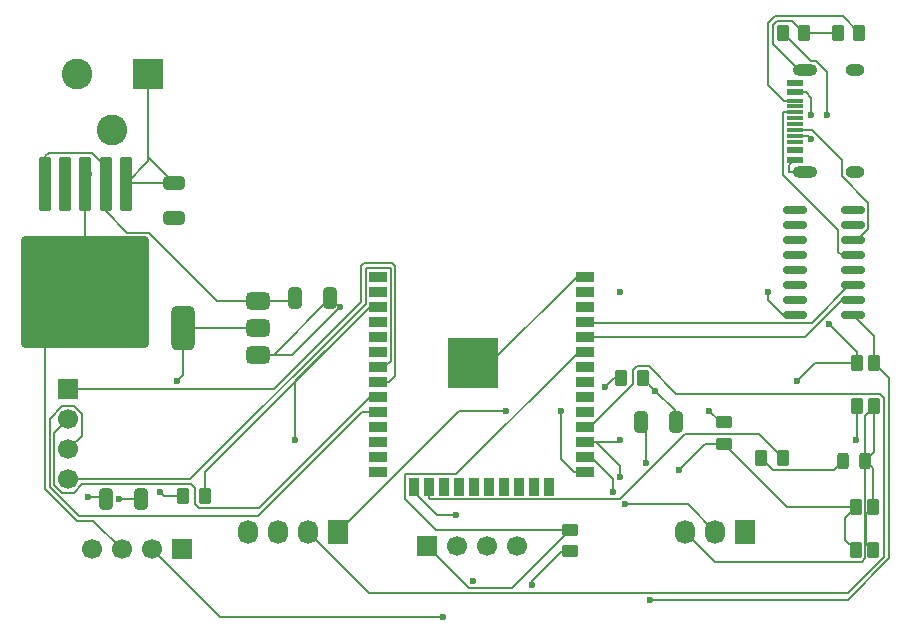
<source format=gbr>
%TF.GenerationSoftware,KiCad,Pcbnew,9.0.2*%
%TF.CreationDate,2025-07-02T17:03:21+05:30*%
%TF.ProjectId,ESP32-RoboCore V1,45535033-322d-4526-9f62-6f436f726520,rev?*%
%TF.SameCoordinates,Original*%
%TF.FileFunction,Copper,L1,Top*%
%TF.FilePolarity,Positive*%
%FSLAX46Y46*%
G04 Gerber Fmt 4.6, Leading zero omitted, Abs format (unit mm)*
G04 Created by KiCad (PCBNEW 9.0.2) date 2025-07-02 17:03:21*
%MOMM*%
%LPD*%
G01*
G04 APERTURE LIST*
G04 Aperture macros list*
%AMRoundRect*
0 Rectangle with rounded corners*
0 $1 Rounding radius*
0 $2 $3 $4 $5 $6 $7 $8 $9 X,Y pos of 4 corners*
0 Add a 4 corners polygon primitive as box body*
4,1,4,$2,$3,$4,$5,$6,$7,$8,$9,$2,$3,0*
0 Add four circle primitives for the rounded corners*
1,1,$1+$1,$2,$3*
1,1,$1+$1,$4,$5*
1,1,$1+$1,$6,$7*
1,1,$1+$1,$8,$9*
0 Add four rect primitives between the rounded corners*
20,1,$1+$1,$2,$3,$4,$5,0*
20,1,$1+$1,$4,$5,$6,$7,0*
20,1,$1+$1,$6,$7,$8,$9,0*
20,1,$1+$1,$8,$9,$2,$3,0*%
G04 Aperture macros list end*
%TA.AperFunction,SMDPad,CuDef*%
%ADD10R,1.050000X1.050000*%
%TD*%
%TA.AperFunction,HeatsinkPad*%
%ADD11C,0.600000*%
%TD*%
%TA.AperFunction,HeatsinkPad*%
%ADD12R,4.200000X4.200000*%
%TD*%
%TA.AperFunction,SMDPad,CuDef*%
%ADD13R,1.500000X0.900000*%
%TD*%
%TA.AperFunction,SMDPad,CuDef*%
%ADD14R,0.900000X1.500000*%
%TD*%
%TA.AperFunction,SMDPad,CuDef*%
%ADD15RoundRect,0.250000X-0.325000X-0.650000X0.325000X-0.650000X0.325000X0.650000X-0.325000X0.650000X0*%
%TD*%
%TA.AperFunction,ComponentPad*%
%ADD16R,1.730000X2.030000*%
%TD*%
%TA.AperFunction,ComponentPad*%
%ADD17O,1.730000X2.030000*%
%TD*%
%TA.AperFunction,SMDPad,CuDef*%
%ADD18RoundRect,0.250000X0.262500X0.450000X-0.262500X0.450000X-0.262500X-0.450000X0.262500X-0.450000X0*%
%TD*%
%TA.AperFunction,SMDPad,CuDef*%
%ADD19RoundRect,0.250000X-0.300000X2.050000X-0.300000X-2.050000X0.300000X-2.050000X0.300000X2.050000X0*%
%TD*%
%TA.AperFunction,SMDPad,CuDef*%
%ADD20RoundRect,0.250002X-5.149998X4.449998X-5.149998X-4.449998X5.149998X-4.449998X5.149998X4.449998X0*%
%TD*%
%TA.AperFunction,ComponentPad*%
%ADD21R,1.700000X1.700000*%
%TD*%
%TA.AperFunction,ComponentPad*%
%ADD22C,1.700000*%
%TD*%
%TA.AperFunction,SMDPad,CuDef*%
%ADD23RoundRect,0.250000X-0.262500X-0.450000X0.262500X-0.450000X0.262500X0.450000X-0.262500X0.450000X0*%
%TD*%
%TA.AperFunction,SMDPad,CuDef*%
%ADD24RoundRect,0.250000X-0.275000X0.450000X-0.275000X-0.450000X0.275000X-0.450000X0.275000X0.450000X0*%
%TD*%
%TA.AperFunction,SMDPad,CuDef*%
%ADD25RoundRect,0.150000X0.825000X0.150000X-0.825000X0.150000X-0.825000X-0.150000X0.825000X-0.150000X0*%
%TD*%
%TA.AperFunction,SMDPad,CuDef*%
%ADD26RoundRect,0.243750X0.243750X0.456250X-0.243750X0.456250X-0.243750X-0.456250X0.243750X-0.456250X0*%
%TD*%
%TA.AperFunction,SMDPad,CuDef*%
%ADD27RoundRect,0.250000X-0.450000X0.262500X-0.450000X-0.262500X0.450000X-0.262500X0.450000X0.262500X0*%
%TD*%
%TA.AperFunction,SMDPad,CuDef*%
%ADD28R,1.450000X0.600000*%
%TD*%
%TA.AperFunction,SMDPad,CuDef*%
%ADD29R,1.450000X0.300000*%
%TD*%
%TA.AperFunction,HeatsinkPad*%
%ADD30O,2.100000X1.000000*%
%TD*%
%TA.AperFunction,HeatsinkPad*%
%ADD31O,1.600000X1.000000*%
%TD*%
%TA.AperFunction,ComponentPad*%
%ADD32R,2.600000X2.600000*%
%TD*%
%TA.AperFunction,ComponentPad*%
%ADD33C,2.600000*%
%TD*%
%TA.AperFunction,SMDPad,CuDef*%
%ADD34RoundRect,0.250000X-0.650000X0.325000X-0.650000X-0.325000X0.650000X-0.325000X0.650000X0.325000X0*%
%TD*%
%TA.AperFunction,SMDPad,CuDef*%
%ADD35RoundRect,0.250000X0.450000X-0.262500X0.450000X0.262500X-0.450000X0.262500X-0.450000X-0.262500X0*%
%TD*%
%TA.AperFunction,SMDPad,CuDef*%
%ADD36RoundRect,0.375000X0.625000X0.375000X-0.625000X0.375000X-0.625000X-0.375000X0.625000X-0.375000X0*%
%TD*%
%TA.AperFunction,SMDPad,CuDef*%
%ADD37RoundRect,0.500000X0.500000X1.400000X-0.500000X1.400000X-0.500000X-1.400000X0.500000X-1.400000X0*%
%TD*%
%TA.AperFunction,ViaPad*%
%ADD38C,0.600000*%
%TD*%
%TA.AperFunction,Conductor*%
%ADD39C,0.200000*%
%TD*%
G04 APERTURE END LIST*
D10*
%TO.P,U1,39,GND*%
%TO.N,GND*%
X86595000Y-52535000D03*
D11*
X86595000Y-51772500D03*
D10*
X86595000Y-51010000D03*
D11*
X86595000Y-50247500D03*
D10*
X86595000Y-49485000D03*
D11*
X85832500Y-52535000D03*
X85832500Y-51010000D03*
X85832500Y-49485000D03*
D10*
X85070000Y-52535000D03*
D11*
X85070000Y-51772500D03*
D12*
X85070000Y-51010000D03*
D10*
X85070000Y-51010000D03*
D11*
X85070000Y-50247500D03*
D10*
X85070000Y-49485000D03*
D11*
X84307500Y-52535000D03*
X84307500Y-51010000D03*
X84307500Y-49485000D03*
D10*
X83545000Y-52535000D03*
D11*
X83545000Y-51772500D03*
D10*
X83545000Y-51010000D03*
D11*
X83545000Y-50247500D03*
D10*
X83545000Y-49485000D03*
D13*
%TO.P,U1,38,GND*%
X94500000Y-43670000D03*
%TO.P,U1,37,IO23*%
%TO.N,unconnected-(U1-IO23-Pad37)*%
X94500000Y-44940000D03*
%TO.P,U1,36,IO22*%
%TO.N,/IO22*%
X94500000Y-46210000D03*
%TO.P,U1,35,TXD0/IO1*%
%TO.N,/IO1*%
X94500000Y-47480000D03*
%TO.P,U1,34,RXD0/IO3*%
%TO.N,/IO3*%
X94500000Y-48750000D03*
%TO.P,U1,33,IO21*%
%TO.N,/IO21*%
X94500000Y-50020000D03*
%TO.P,U1,32,NC*%
%TO.N,unconnected-(U1-NC-Pad32)*%
X94500000Y-51290000D03*
%TO.P,U1,31,IO19*%
%TO.N,unconnected-(U1-IO19-Pad31)*%
X94500000Y-52560000D03*
%TO.P,U1,30,IO18*%
%TO.N,unconnected-(U1-IO18-Pad30)*%
X94500000Y-53830000D03*
%TO.P,U1,29,IO5*%
%TO.N,unconnected-(U1-IO5-Pad29)*%
X94500000Y-55100000D03*
%TO.P,U1,28,IO17*%
%TO.N,Net-(J4-Pin_2)*%
X94500000Y-56370000D03*
%TO.P,U1,27,IO16*%
%TO.N,Net-(J3-Pin_2)*%
X94500000Y-57640000D03*
%TO.P,U1,26,IO4*%
%TO.N,Net-(J3-Pin_1)*%
X94500000Y-58910000D03*
%TO.P,U1,25,IO0*%
%TO.N,Net-(J4-Pin_1)*%
X94500000Y-60180000D03*
D14*
%TO.P,U1,24,IO2*%
%TO.N,unconnected-(U1-IO2-Pad24)*%
X91470000Y-61430000D03*
%TO.P,U1,23,IO15*%
%TO.N,unconnected-(U1-IO15-Pad23)*%
X90200000Y-61430000D03*
%TO.P,U1,22,SDI/SD1*%
%TO.N,unconnected-(U1-SDI{slash}SD1-Pad22)*%
X88930000Y-61430000D03*
%TO.P,U1,21,SDO/SD0*%
%TO.N,unconnected-(U1-SDO{slash}SD0-Pad21)*%
X87660000Y-61430000D03*
%TO.P,U1,20,SCK/CLK*%
%TO.N,unconnected-(U1-SCK{slash}CLK-Pad20)*%
X86390000Y-61430000D03*
%TO.P,U1,19,SCS/CMD*%
%TO.N,unconnected-(U1-SCS{slash}CMD-Pad19)*%
X85120000Y-61430000D03*
%TO.P,U1,18,SWP/SD3*%
%TO.N,unconnected-(U1-SWP{slash}SD3-Pad18)*%
X83850000Y-61430000D03*
%TO.P,U1,17,SHD/SD2*%
%TO.N,Net-(U1-SHD{slash}SD2)*%
X82580000Y-61430000D03*
%TO.P,U1,16,IO13*%
%TO.N,Net-(U1-IO13)*%
X81310000Y-61430000D03*
%TO.P,U1,15,GND*%
%TO.N,GND*%
X80040000Y-61430000D03*
D13*
%TO.P,U1,14,IO12*%
%TO.N,unconnected-(U1-IO12-Pad14)*%
X77000000Y-60180000D03*
%TO.P,U1,13,IO14*%
%TO.N,unconnected-(U1-IO14-Pad13)*%
X77000000Y-58910000D03*
%TO.P,U1,12,IO27*%
%TO.N,unconnected-(U1-IO27-Pad12)*%
X77000000Y-57640000D03*
%TO.P,U1,11,IO26*%
%TO.N,unconnected-(U1-IO26-Pad11)*%
X77000000Y-56370000D03*
%TO.P,U1,10,IO25*%
%TO.N,Net-(J5-Pin_3)*%
X77000000Y-55100000D03*
%TO.P,U1,9,IO33*%
%TO.N,Net-(J5-Pin_2)*%
X77000000Y-53830000D03*
%TO.P,U1,8,IO32*%
%TO.N,Net-(J5-Pin_1)*%
X77000000Y-52560000D03*
%TO.P,U1,7,IO35*%
%TO.N,Net-(J5-Pin_4)*%
X77000000Y-51290000D03*
%TO.P,U1,6,IO34*%
%TO.N,/IO34*%
X77000000Y-50020000D03*
%TO.P,U1,5,SENSOR_VN*%
%TO.N,unconnected-(U1-SENSOR_VN-Pad5)*%
X77000000Y-48750000D03*
%TO.P,U1,4,SENSOR_VP*%
%TO.N,unconnected-(U1-SENSOR_VP-Pad4)*%
X77000000Y-47480000D03*
%TO.P,U1,3,EN*%
%TO.N,Net-(U1-EN)*%
X77000000Y-46210000D03*
%TO.P,U1,2,VDD*%
%TO.N,unconnected-(U1-VDD-Pad2)*%
X77000000Y-44940000D03*
%TO.P,U1,1,GND*%
%TO.N,GND*%
X77000000Y-43670000D03*
%TD*%
D15*
%TO.P,C4,1*%
%TO.N,GND*%
X99275000Y-56000000D03*
%TO.P,C4,2*%
%TO.N,/+3.3v*%
X102225000Y-56000000D03*
%TD*%
D16*
%TO.P,J3,1,Pin_1*%
%TO.N,Net-(J3-Pin_1)*%
X108080000Y-65250000D03*
D17*
%TO.P,J3,2,Pin_2*%
%TO.N,Net-(J3-Pin_2)*%
X105540000Y-65250000D03*
%TO.P,J3,3,Pin_3*%
%TO.N,GND*%
X103000000Y-65250000D03*
%TD*%
D18*
%TO.P,R6,1*%
%TO.N,GND*%
X113075000Y-23000000D03*
%TO.P,R6,2*%
%TO.N,Net-(J1-CC1)*%
X111250000Y-23000000D03*
%TD*%
D19*
%TO.P,U3,1,VIN*%
%TO.N,Net-(U3-VIN)*%
X55625000Y-35775000D03*
%TO.P,U3,2,OUT*%
%TO.N,/+5v*%
X53925000Y-35775000D03*
%TO.P,U3,3,GND*%
%TO.N,GND*%
X52225000Y-35775000D03*
D20*
X52225000Y-44925000D03*
D19*
%TO.P,U3,4,FB*%
%TO.N,unconnected-(U3-FB-Pad4)*%
X50525000Y-35775000D03*
%TO.P,U3,5,~{ON}/OFF*%
%TO.N,/+5v*%
X48825000Y-35775000D03*
%TD*%
D15*
%TO.P,C3,1*%
%TO.N,/+3.3v*%
X54000000Y-62500000D03*
%TO.P,C3,2*%
%TO.N,GND*%
X56950000Y-62500000D03*
%TD*%
D21*
%TO.P,J6,1,Pin_1*%
%TO.N,/IO21*%
X60370000Y-66750000D03*
D22*
%TO.P,J6,2,Pin_2*%
%TO.N,/IO22*%
X57830000Y-66750000D03*
%TO.P,J6,3,Pin_3*%
%TO.N,GND*%
X55290000Y-66750000D03*
%TO.P,J6,4,Pin_4*%
%TO.N,/+3.3v*%
X52750000Y-66750000D03*
%TD*%
D23*
%TO.P,R2,1*%
%TO.N,Net-(D2-A)*%
X109425000Y-59000000D03*
%TO.P,R2,2*%
%TO.N,Net-(U1-IO13)*%
X111250000Y-59000000D03*
%TD*%
D24*
%TO.P,SW2,1,1*%
%TO.N,GND*%
X118870000Y-63200000D03*
X118870000Y-66800000D03*
%TO.P,SW2,2,2*%
%TO.N,Net-(U1-SHD{slash}SD2)*%
X117430000Y-63200000D03*
X117430000Y-66800000D03*
%TD*%
D25*
%TO.P,U4,1,GND*%
%TO.N,GND*%
X117225000Y-46945000D03*
%TO.P,U4,2,TXD*%
%TO.N,/IO3*%
X117225000Y-45675000D03*
%TO.P,U4,3,RXD*%
%TO.N,/IO1*%
X117225000Y-44405000D03*
%TO.P,U4,4,V3*%
%TO.N,/+3.3v*%
X117225000Y-43135000D03*
%TO.P,U4,5,UD+*%
%TO.N,Net-(U4-UD+)*%
X117225000Y-41865000D03*
%TO.P,U4,6,UD-*%
%TO.N,Net-(U4-UD-)*%
X117225000Y-40595000D03*
%TO.P,U4,7,NC*%
%TO.N,unconnected-(U4-NC-Pad7)*%
X117225000Y-39325000D03*
%TO.P,U4,8,NC*%
%TO.N,unconnected-(U4-NC-Pad8)*%
X117225000Y-38055000D03*
%TO.P,U4,9,~{CTS}*%
%TO.N,unconnected-(U4-~{CTS}-Pad9)*%
X112275000Y-38055000D03*
%TO.P,U4,10,~{DSR}*%
%TO.N,unconnected-(U4-~{DSR}-Pad10)*%
X112275000Y-39325000D03*
%TO.P,U4,11,~{RI}*%
%TO.N,unconnected-(U4-~{RI}-Pad11)*%
X112275000Y-40595000D03*
%TO.P,U4,12,~{DCD}*%
%TO.N,unconnected-(U4-~{DCD}-Pad12)*%
X112275000Y-41865000D03*
%TO.P,U4,13,~{DTR}*%
%TO.N,unconnected-(U4-~{DTR}-Pad13)*%
X112275000Y-43135000D03*
%TO.P,U4,14,~{RTS}*%
%TO.N,unconnected-(U4-~{RTS}-Pad14)*%
X112275000Y-44405000D03*
%TO.P,U4,15,R232*%
%TO.N,unconnected-(U4-R232-Pad15)*%
X112275000Y-45675000D03*
%TO.P,U4,16,VCC*%
%TO.N,Net-(U4-VCC)*%
X112275000Y-46945000D03*
%TD*%
D26*
%TO.P,D2,1,K*%
%TO.N,GND*%
X118250000Y-59250000D03*
%TO.P,D2,2,A*%
%TO.N,Net-(D2-A)*%
X116375000Y-59250000D03*
%TD*%
D27*
%TO.P,R3,1*%
%TO.N,/+3.3v*%
X106250000Y-56000000D03*
%TO.P,R3,2*%
%TO.N,Net-(U1-SHD{slash}SD2)*%
X106250000Y-57825000D03*
%TD*%
D28*
%TO.P,J1,A1,GND*%
%TO.N,GND*%
X112265000Y-33750000D03*
%TO.P,J1,A4,VBUS*%
%TO.N,Net-(U4-VCC)*%
X112265000Y-32950000D03*
D29*
%TO.P,J1,A5,CC1*%
%TO.N,Net-(J1-CC1)*%
X112265000Y-31750000D03*
%TO.P,J1,A6,D+*%
%TO.N,unconnected-(J1-D+-PadA6)*%
X112265000Y-30750000D03*
%TO.P,J1,A7,D-*%
%TO.N,unconnected-(J1-D--PadA7)*%
X112265000Y-30250000D03*
%TO.P,J1,A8*%
%TO.N,N/C*%
X112265000Y-29250000D03*
D28*
%TO.P,J1,A9,VBUS*%
%TO.N,Net-(U4-VCC)*%
X112265000Y-28050000D03*
%TO.P,J1,A12,GND*%
%TO.N,GND*%
X112265000Y-27250000D03*
%TO.P,J1,B1,GND*%
X112265000Y-27250000D03*
%TO.P,J1,B4,VBUS*%
%TO.N,Net-(U4-VCC)*%
X112265000Y-28050000D03*
D29*
%TO.P,J1,B5,CC2*%
%TO.N,Net-(J1-CC2)*%
X112265000Y-28750000D03*
%TO.P,J1,B6,D+*%
%TO.N,Net-(U4-UD+)*%
X112265000Y-29750000D03*
%TO.P,J1,B7,D-*%
%TO.N,Net-(U4-UD-)*%
X112265000Y-31250000D03*
%TO.P,J1,B8*%
%TO.N,N/C*%
X112265000Y-32250000D03*
D28*
%TO.P,J1,B9,VBUS*%
%TO.N,Net-(U4-VCC)*%
X112265000Y-32950000D03*
%TO.P,J1,B12,GND*%
%TO.N,GND*%
X112265000Y-33750000D03*
D30*
%TO.P,J1,S1,SHIELD*%
X113180000Y-34820000D03*
D31*
X117360000Y-34820000D03*
D30*
X113180000Y-26180000D03*
D31*
X117360000Y-26180000D03*
%TD*%
D32*
%TO.P,J2,1*%
%TO.N,Net-(U3-VIN)*%
X57500000Y-26500000D03*
D33*
%TO.P,J2,2*%
%TO.N,GND*%
X51500000Y-26500000D03*
%TO.P,J2,3*%
%TO.N,N/C*%
X54500000Y-31200000D03*
%TD*%
D21*
%TO.P,J5,1,Pin_1*%
%TO.N,Net-(J5-Pin_1)*%
X50750000Y-53210000D03*
D22*
%TO.P,J5,2,Pin_2*%
%TO.N,Net-(J5-Pin_2)*%
X50750000Y-55750000D03*
%TO.P,J5,3,Pin_3*%
%TO.N,Net-(J5-Pin_3)*%
X50750000Y-58290000D03*
%TO.P,J5,4,Pin_4*%
%TO.N,Net-(J5-Pin_4)*%
X50750000Y-60830000D03*
%TD*%
D23*
%TO.P,R7,1*%
%TO.N,GND*%
X115925000Y-23000000D03*
%TO.P,R7,2*%
%TO.N,Net-(J1-CC2)*%
X117750000Y-23000000D03*
%TD*%
D24*
%TO.P,SW1,1,1*%
%TO.N,GND*%
X119000000Y-51000000D03*
X119000000Y-54600000D03*
%TO.P,SW1,2,2*%
%TO.N,Net-(U1-EN)*%
X117560000Y-51000000D03*
X117560000Y-54600000D03*
%TD*%
D34*
%TO.P,C1,1*%
%TO.N,Net-(U3-VIN)*%
X59750000Y-35750000D03*
%TO.P,C1,2*%
%TO.N,GND*%
X59750000Y-38700000D03*
%TD*%
D35*
%TO.P,R4,1*%
%TO.N,/+3.3v*%
X93250000Y-66912500D03*
%TO.P,R4,2*%
%TO.N,/IO21*%
X93250000Y-65087500D03*
%TD*%
D16*
%TO.P,J4,1,Pin_1*%
%TO.N,Net-(J4-Pin_1)*%
X73580000Y-65250000D03*
D17*
%TO.P,J4,2,Pin_2*%
%TO.N,Net-(J4-Pin_2)*%
X71040000Y-65250000D03*
%TO.P,J4,3,Pin_3*%
%TO.N,GND*%
X68500000Y-65250000D03*
%TO.P,J4,4,Pin_4*%
%TO.N,/+3.3v*%
X65960000Y-65250000D03*
%TD*%
D21*
%TO.P,J7,1,Pin_1*%
%TO.N,/IO21*%
X81170000Y-66500000D03*
D22*
%TO.P,J7,2,Pin_2*%
%TO.N,/IO22*%
X83710000Y-66500000D03*
%TO.P,J7,3,Pin_3*%
%TO.N,GND*%
X86250000Y-66500000D03*
%TO.P,J7,4,Pin_4*%
%TO.N,/+3.3v*%
X88790000Y-66500000D03*
%TD*%
D36*
%TO.P,U2,1,GND*%
%TO.N,GND*%
X66800000Y-50300000D03*
%TO.P,U2,2,VO*%
%TO.N,/+3.3v*%
X66800000Y-48000000D03*
D37*
X60500000Y-48000000D03*
D36*
%TO.P,U2,3,VI*%
%TO.N,/+5v*%
X66800000Y-45700000D03*
%TD*%
D15*
%TO.P,C2,1*%
%TO.N,/+5v*%
X70000000Y-45500000D03*
%TO.P,C2,2*%
%TO.N,GND*%
X72950000Y-45500000D03*
%TD*%
D23*
%TO.P,R1,1*%
%TO.N,/+3.3v*%
X60500000Y-62250000D03*
%TO.P,R1,2*%
%TO.N,Net-(U1-EN)*%
X62325000Y-62250000D03*
%TD*%
D18*
%TO.P,R5,1*%
%TO.N,/+3.3v*%
X99412500Y-52250000D03*
%TO.P,R5,2*%
%TO.N,/IO22*%
X97587500Y-52250000D03*
%TD*%
D38*
%TO.N,Net-(U1-EN)*%
X115136765Y-47636765D03*
X70000000Y-57500000D03*
%TO.N,Net-(U1-SHD{slash}SD2)*%
X102500000Y-60000000D03*
X82500000Y-61881000D03*
%TO.N,Net-(U1-EN)*%
X117500000Y-57500000D03*
X112500000Y-52500000D03*
%TO.N,/IO22*%
X82500000Y-72500000D03*
X97500000Y-45000000D03*
X94500000Y-46210000D03*
X96174800Y-53020400D03*
%TO.N,Net-(J4-Pin_1)*%
X87819700Y-55001000D03*
X92500000Y-55001000D03*
%TO.N,Net-(J3-Pin_1)*%
X96900000Y-61881000D03*
%TO.N,Net-(J3-Pin_2)*%
X97500000Y-57500000D03*
X97500000Y-60600000D03*
X97911000Y-62922900D03*
%TO.N,Net-(J1-CC1)*%
X115000000Y-30000000D03*
X113634000Y-31982500D03*
%TO.N,Net-(U4-VCC)*%
X113634000Y-30000000D03*
X112265000Y-32950000D03*
X110000000Y-45000000D03*
%TO.N,GND*%
X59750000Y-38700000D03*
X99709500Y-59400000D03*
X112500000Y-27250000D03*
X52500000Y-35000000D03*
X55075000Y-62500000D03*
X83625000Y-63875000D03*
X85058800Y-69400000D03*
X100000000Y-71001000D03*
X73750000Y-46250000D03*
X77451000Y-43519000D03*
%TO.N,/+3.3v*%
X90000000Y-69801000D03*
X58500000Y-61849000D03*
X105000000Y-55000000D03*
X117225000Y-43135000D03*
X60000000Y-52500000D03*
X52422200Y-62324000D03*
X100460700Y-53298100D03*
%TD*%
D39*
%TO.N,Net-(U1-EN)*%
X117560000Y-50060000D02*
X117560000Y-51000000D01*
X115136765Y-47636765D02*
X117560000Y-50060000D01*
X70000000Y-52500000D02*
X70000000Y-57500000D01*
X76290000Y-46210000D02*
X70000000Y-52500000D01*
%TO.N,/IO1*%
X116878000Y-44405000D02*
X117225000Y-44405000D01*
X113737000Y-47546000D02*
X116878000Y-44405000D01*
X94566000Y-47546000D02*
X113737000Y-47546000D01*
X94500000Y-47480000D02*
X94566000Y-47546000D01*
%TO.N,/IO3*%
X113175000Y-48750000D02*
X94500000Y-48750000D01*
X116250000Y-45675000D02*
X113175000Y-48750000D01*
X117225000Y-45675000D02*
X116250000Y-45675000D01*
%TO.N,Net-(U1-SHD{slash}SD2)*%
X104675000Y-57825000D02*
X106250000Y-57825000D01*
X102500000Y-60000000D02*
X104675000Y-57825000D01*
X82580000Y-61801000D02*
X82500000Y-61881000D01*
X82580000Y-61430000D02*
X82580000Y-61801000D01*
X111625000Y-63200000D02*
X106250000Y-57825000D01*
X117430000Y-63200000D02*
X111625000Y-63200000D01*
X116549000Y-64081000D02*
X117430000Y-63200000D01*
X116549000Y-65919000D02*
X116549000Y-64081000D01*
X117430000Y-66800000D02*
X116549000Y-65919000D01*
%TO.N,Net-(U1-IO13)*%
X81310000Y-62380000D02*
X81310000Y-61430000D01*
X81411000Y-62481000D02*
X81310000Y-62380000D01*
X97505200Y-62481000D02*
X81411000Y-62481000D01*
X102975000Y-57011500D02*
X97505200Y-62481000D01*
X109262000Y-57011500D02*
X102975000Y-57011500D01*
X111250000Y-59000000D02*
X109262000Y-57011500D01*
%TO.N,Net-(U1-EN)*%
X114000000Y-51000000D02*
X112500000Y-52500000D01*
X117560000Y-51000000D02*
X114000000Y-51000000D01*
X117560000Y-54940000D02*
X117500000Y-55000000D01*
X77000000Y-46210000D02*
X77131000Y-46210000D01*
X62325000Y-60175000D02*
X62325000Y-62250000D01*
X76290000Y-46210000D02*
X62325000Y-60175000D01*
X77000000Y-46210000D02*
X76290000Y-46210000D01*
X117560000Y-57440000D02*
X117560000Y-54940000D01*
X117500000Y-57500000D02*
X117560000Y-57440000D01*
X117560000Y-54940000D02*
X117560000Y-54600000D01*
%TO.N,/IO21*%
X84670000Y-70000000D02*
X81170000Y-66500000D01*
X88337500Y-70000000D02*
X84670000Y-70000000D01*
X93250000Y-65087500D02*
X88337500Y-70000000D01*
X93968000Y-50020000D02*
X94500000Y-50020000D01*
X83609000Y-60379000D02*
X93968000Y-50020000D01*
X79289000Y-60379000D02*
X83609000Y-60379000D01*
X79289000Y-62481000D02*
X79289000Y-60379000D01*
X81895500Y-65087500D02*
X79289000Y-62481000D01*
X93250000Y-65087500D02*
X81895500Y-65087500D01*
%TO.N,/IO22*%
X63580000Y-72500000D02*
X82500000Y-72500000D01*
X57830000Y-66750000D02*
X63580000Y-72500000D01*
X96945200Y-52250000D02*
X96174800Y-53020400D01*
X97587500Y-52250000D02*
X96945200Y-52250000D01*
%TO.N,Net-(J5-Pin_1)*%
X68155800Y-53210000D02*
X50750000Y-53210000D01*
X75548000Y-45817800D02*
X68155800Y-53210000D01*
X75548000Y-42752900D02*
X75548000Y-45817800D01*
X75782900Y-42518000D02*
X75548000Y-42752900D01*
X78217100Y-42518000D02*
X75782900Y-42518000D01*
X78452000Y-42752900D02*
X78217100Y-42518000D01*
X78452000Y-52058000D02*
X78452000Y-42752900D01*
X77950000Y-52560000D02*
X78452000Y-52058000D01*
X77000000Y-52560000D02*
X77950000Y-52560000D01*
%TO.N,Net-(J5-Pin_2)*%
X49599000Y-56901000D02*
X50750000Y-55750000D01*
X49599000Y-61306800D02*
X49599000Y-56901000D01*
X50273200Y-61981000D02*
X49599000Y-61306800D01*
X51226800Y-61981000D02*
X50273200Y-61981000D01*
X51958800Y-61249000D02*
X51226800Y-61981000D01*
X61195700Y-61249000D02*
X51958800Y-61249000D01*
X61511500Y-61564800D02*
X61195700Y-61249000D01*
X61511500Y-62935200D02*
X61511500Y-61564800D01*
X61827300Y-63251000D02*
X61511500Y-62935200D01*
X66909000Y-63251000D02*
X61827300Y-63251000D01*
X76330000Y-53830000D02*
X66909000Y-63251000D01*
X77000000Y-53830000D02*
X76330000Y-53830000D01*
%TO.N,Net-(J5-Pin_4)*%
X61102900Y-60830000D02*
X50750000Y-60830000D01*
X75949000Y-45983900D02*
X61102900Y-60830000D01*
X75949000Y-42919000D02*
X75949000Y-45983900D01*
X78051000Y-42919000D02*
X75949000Y-42919000D01*
X78051000Y-50771000D02*
X78051000Y-42919000D01*
X77532000Y-51290000D02*
X78051000Y-50771000D01*
X77000000Y-51290000D02*
X77532000Y-51290000D01*
%TO.N,Net-(J5-Pin_3)*%
X51901000Y-57139000D02*
X50750000Y-58290000D01*
X51901000Y-55273200D02*
X51901000Y-57139000D01*
X51226800Y-54599000D02*
X51901000Y-55273200D01*
X50273200Y-54599000D02*
X51226800Y-54599000D01*
X49198000Y-55674200D02*
X50273200Y-54599000D01*
X49198000Y-61472900D02*
X49198000Y-55674200D01*
X51659100Y-63934000D02*
X49198000Y-61472900D01*
X66793100Y-63934000D02*
X51659100Y-63934000D01*
X75627100Y-55100000D02*
X66793100Y-63934000D01*
X77000000Y-55100000D02*
X75627100Y-55100000D01*
%TO.N,Net-(J4-Pin_2)*%
X94972000Y-56370000D02*
X94500000Y-56370000D01*
X98599000Y-52743000D02*
X94972000Y-56370000D01*
X98599000Y-51564800D02*
X98599000Y-52743000D01*
X98914800Y-51249000D02*
X98599000Y-51564800D01*
X99910200Y-51249000D02*
X98914800Y-51249000D01*
X102260000Y-53599000D02*
X99910200Y-51249000D01*
X119510000Y-53599000D02*
X102260000Y-53599000D01*
X119826000Y-53914800D02*
X119510000Y-53599000D01*
X119826000Y-67355200D02*
X119826000Y-53914800D01*
X116780000Y-70401000D02*
X119826000Y-67355200D01*
X76191000Y-70401000D02*
X116780000Y-70401000D01*
X71040000Y-65250000D02*
X76191000Y-70401000D01*
%TO.N,Net-(J4-Pin_1)*%
X93550000Y-60180000D02*
X94500000Y-60180000D01*
X92500000Y-59130000D02*
X93550000Y-60180000D01*
X92500000Y-55001000D02*
X92500000Y-59130000D01*
X83829000Y-55001000D02*
X87819700Y-55001000D01*
X73580000Y-65250000D02*
X83829000Y-55001000D01*
%TO.N,Net-(J3-Pin_1)*%
X96900000Y-60778000D02*
X96900000Y-61881000D01*
X95032000Y-58910000D02*
X96900000Y-60778000D01*
X94500000Y-58910000D02*
X95032000Y-58910000D01*
%TO.N,Net-(J3-Pin_2)*%
X97500000Y-59690000D02*
X95450000Y-57640000D01*
X97500000Y-60600000D02*
X97500000Y-59690000D01*
X103213000Y-62922900D02*
X97911000Y-62922900D01*
X105540000Y-65250000D02*
X103213000Y-62922900D01*
X95450000Y-57640000D02*
X94500000Y-57640000D01*
X94500000Y-57640000D02*
X95450000Y-57640000D01*
X97360000Y-57640000D02*
X97500000Y-57500000D01*
X95450000Y-57640000D02*
X97360000Y-57640000D01*
%TO.N,Net-(U4-UD-)*%
X117572000Y-40595000D02*
X117225000Y-40595000D01*
X118501000Y-39666000D02*
X117572000Y-40595000D01*
X118501000Y-37393800D02*
X118501000Y-39666000D01*
X116259000Y-35151800D02*
X118501000Y-37393800D01*
X116259000Y-33759000D02*
X116259000Y-35151800D01*
X113750000Y-31250000D02*
X116259000Y-33759000D01*
X112265000Y-31250000D02*
X113750000Y-31250000D01*
%TO.N,Net-(J1-CC1)*%
X115000000Y-26317200D02*
X115000000Y-30000000D01*
X114062000Y-25379000D02*
X115000000Y-26317200D01*
X113629000Y-25379000D02*
X114062000Y-25379000D01*
X111250000Y-23000000D02*
X113629000Y-25379000D01*
X113401000Y-31750000D02*
X113634000Y-31982500D01*
X112265000Y-31750000D02*
X113401000Y-31750000D01*
%TO.N,Net-(J1-CC2)*%
X111338000Y-28750000D02*
X112265000Y-28750000D01*
X110036000Y-27447500D02*
X111338000Y-28750000D01*
X110036000Y-22148700D02*
X110036000Y-27447500D01*
X110586000Y-21598000D02*
X110036000Y-22148700D01*
X116348000Y-21598000D02*
X110586000Y-21598000D01*
X117750000Y-23000000D02*
X116348000Y-21598000D01*
%TO.N,Net-(U4-UD+)*%
X116250000Y-41865000D02*
X117225000Y-41865000D01*
X115949000Y-41564000D02*
X116250000Y-41865000D01*
X115949000Y-39734000D02*
X115949000Y-41564000D01*
X111239000Y-35024000D02*
X115949000Y-39734000D01*
X111239000Y-29799000D02*
X111239000Y-35024000D01*
X111288000Y-29750000D02*
X111239000Y-29799000D01*
X112265000Y-29750000D02*
X111288000Y-29750000D01*
%TO.N,Net-(U4-VCC)*%
X113634000Y-28494000D02*
X113634000Y-30000000D01*
X113190000Y-28050000D02*
X113634000Y-28494000D01*
X112265000Y-28050000D02*
X113190000Y-28050000D01*
X111300000Y-46945000D02*
X112275000Y-46945000D01*
X110000000Y-45645000D02*
X111300000Y-46945000D01*
X110000000Y-45000000D02*
X110000000Y-45645000D01*
%TO.N,Net-(D2-A)*%
X115624000Y-60001000D02*
X116375000Y-59250000D01*
X110426000Y-60001000D02*
X115624000Y-60001000D01*
X109425000Y-59000000D02*
X110426000Y-60001000D01*
%TO.N,/+5v*%
X69800000Y-45700000D02*
X70000000Y-45500000D01*
X66800000Y-45700000D02*
X69800000Y-45700000D01*
X48825000Y-33475000D02*
X48825000Y-35775000D01*
X49126000Y-33174000D02*
X48825000Y-33475000D01*
X52760200Y-33174000D02*
X49126000Y-33174000D01*
X53925000Y-34338800D02*
X52760200Y-33174000D01*
X53925000Y-35775000D02*
X53925000Y-34338800D01*
X63386200Y-45700000D02*
X66800000Y-45700000D01*
X57610200Y-39924000D02*
X63386200Y-45700000D01*
X55774000Y-39924000D02*
X57610200Y-39924000D01*
X53925000Y-38075000D02*
X55774000Y-39924000D01*
X53925000Y-35775000D02*
X53925000Y-38075000D01*
%TO.N,Net-(U3-VIN)*%
X55650000Y-35750000D02*
X55625000Y-35775000D01*
X59750000Y-35750000D02*
X55650000Y-35750000D01*
X57500000Y-33500000D02*
X59750000Y-35750000D01*
X57500000Y-26500000D02*
X57500000Y-33500000D01*
X57500000Y-33900000D02*
X57500000Y-26500000D01*
X55625000Y-35775000D02*
X57500000Y-33900000D01*
%TO.N,GND*%
X113075000Y-23000000D02*
X115925000Y-23000000D01*
X48797000Y-48353000D02*
X52225000Y-44925000D01*
X48797000Y-61639000D02*
X48797000Y-48353000D01*
X51493000Y-64335000D02*
X48797000Y-61639000D01*
X52875000Y-64335000D02*
X51493000Y-64335000D01*
X55290000Y-66750000D02*
X52875000Y-64335000D01*
X118349000Y-63721000D02*
X118870000Y-63200000D01*
X118349000Y-66279000D02*
X118349000Y-63721000D01*
X118870000Y-66800000D02*
X118349000Y-66279000D01*
X99709500Y-56434500D02*
X99709500Y-59400000D01*
X99275000Y-56000000D02*
X99709500Y-56434500D01*
X52225000Y-35775000D02*
X52225000Y-44925000D01*
X56950000Y-62500000D02*
X55075000Y-62500000D01*
X119000000Y-48720000D02*
X119000000Y-51000000D01*
X117225000Y-46945000D02*
X119000000Y-48720000D01*
X118870000Y-59870000D02*
X118250000Y-59250000D01*
X118870000Y-63200000D02*
X118870000Y-59870000D01*
X119000000Y-58500000D02*
X118250000Y-59250000D01*
X119000000Y-54600000D02*
X119000000Y-58500000D01*
X116747000Y-71001000D02*
X100000000Y-71001000D01*
X120227000Y-67521300D02*
X116747000Y-71001000D01*
X120227000Y-52227000D02*
X120227000Y-67521300D01*
X119000000Y-51000000D02*
X120227000Y-52227000D01*
X112630000Y-26180000D02*
X113180000Y-26180000D01*
X110436000Y-23986500D02*
X112630000Y-26180000D01*
X110436000Y-22314800D02*
X110436000Y-23986500D01*
X110752000Y-21999000D02*
X110436000Y-22314800D01*
X112074000Y-21999000D02*
X110752000Y-21999000D01*
X113075000Y-23000000D02*
X112074000Y-21999000D01*
X105551000Y-67801000D02*
X103000000Y-65250000D01*
X117940000Y-67801000D02*
X105551000Y-67801000D01*
X118256000Y-67485200D02*
X117940000Y-67801000D01*
X118256000Y-55415200D02*
X118256000Y-67485200D01*
X119000000Y-54671200D02*
X118256000Y-55415200D01*
X119000000Y-54600000D02*
X119000000Y-54671200D01*
X82002000Y-63875000D02*
X83625000Y-63875000D01*
X80040000Y-61913000D02*
X82002000Y-63875000D01*
X80040000Y-61430000D02*
X80040000Y-61913000D01*
X77300000Y-43670000D02*
X77451000Y-43519000D01*
X77000000Y-43670000D02*
X77300000Y-43670000D01*
X84307500Y-52535000D02*
X83545000Y-52535000D01*
X84307500Y-49485000D02*
X85070000Y-49485000D01*
X85832500Y-49485000D02*
X86595000Y-49485000D01*
X112500000Y-27250000D02*
X112265000Y-27250000D01*
X84307500Y-51010000D02*
X83545000Y-51010000D01*
X111828300Y-34186700D02*
X112265000Y-33750000D01*
X111828300Y-34820000D02*
X111828300Y-34186700D01*
X113180000Y-34820000D02*
X111828300Y-34820000D01*
X85832500Y-52535000D02*
X86595000Y-52535000D01*
X66800000Y-50300000D02*
X68150000Y-50300000D01*
X68150000Y-50300000D02*
X72950000Y-45500000D01*
X66800000Y-50300000D02*
X68150000Y-50300000D01*
X69700000Y-50300000D02*
X73750000Y-46250000D01*
X68150000Y-50300000D02*
X69700000Y-50300000D01*
X86490000Y-51010000D02*
X85832500Y-51010000D01*
X93830000Y-43670000D02*
X86490000Y-51010000D01*
X94500000Y-43670000D02*
X93830000Y-43670000D01*
X85832500Y-51010000D02*
X85070000Y-51010000D01*
%TO.N,/+3.3v*%
X60500000Y-52000000D02*
X60000000Y-52500000D01*
X60500000Y-48000000D02*
X60500000Y-52000000D01*
X106000000Y-56000000D02*
X105000000Y-55000000D01*
X106250000Y-56000000D02*
X106000000Y-56000000D01*
X66800000Y-48000000D02*
X60500000Y-48000000D01*
X90000000Y-69462500D02*
X90000000Y-69801000D01*
X92550000Y-66912500D02*
X90000000Y-69462500D01*
X93250000Y-66912500D02*
X92550000Y-66912500D01*
X58901000Y-62250000D02*
X58500000Y-61849000D01*
X60500000Y-62250000D02*
X58901000Y-62250000D01*
X53824000Y-62324000D02*
X54000000Y-62500000D01*
X52422200Y-62324000D02*
X53824000Y-62324000D01*
X102225000Y-55062500D02*
X100460700Y-53298100D01*
X102225000Y-56000000D02*
X102225000Y-55062500D01*
X100460700Y-53298100D02*
X99412500Y-52250000D01*
%TD*%
M02*

</source>
